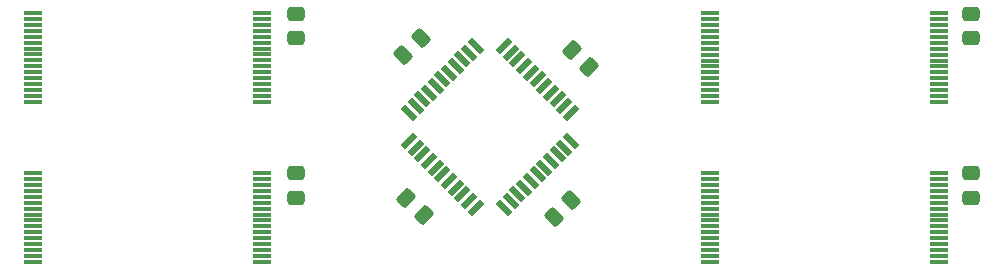
<source format=gbr>
%TF.GenerationSoftware,KiCad,Pcbnew,9.0.2*%
%TF.CreationDate,2025-06-22T07:24:43+02:00*%
%TF.ProjectId,p2000t-ram-expansion-board-128-512-smd-cpld,70323030-3074-42d7-9261-6d2d65787061,4*%
%TF.SameCoordinates,Original*%
%TF.FileFunction,Paste,Top*%
%TF.FilePolarity,Positive*%
%FSLAX46Y46*%
G04 Gerber Fmt 4.6, Leading zero omitted, Abs format (unit mm)*
G04 Created by KiCad (PCBNEW 9.0.2) date 2025-06-22 07:24:43*
%MOMM*%
%LPD*%
G01*
G04 APERTURE LIST*
G04 Aperture macros list*
%AMRoundRect*
0 Rectangle with rounded corners*
0 $1 Rounding radius*
0 $2 $3 $4 $5 $6 $7 $8 $9 X,Y pos of 4 corners*
0 Add a 4 corners polygon primitive as box body*
4,1,4,$2,$3,$4,$5,$6,$7,$8,$9,$2,$3,0*
0 Add four circle primitives for the rounded corners*
1,1,$1+$1,$2,$3*
1,1,$1+$1,$4,$5*
1,1,$1+$1,$6,$7*
1,1,$1+$1,$8,$9*
0 Add four rect primitives between the rounded corners*
20,1,$1+$1,$2,$3,$4,$5,0*
20,1,$1+$1,$4,$5,$6,$7,0*
20,1,$1+$1,$6,$7,$8,$9,0*
20,1,$1+$1,$8,$9,$2,$3,0*%
%AMRotRect*
0 Rectangle, with rotation*
0 The origin of the aperture is its center*
0 $1 length*
0 $2 width*
0 $3 Rotation angle, in degrees counterclockwise*
0 Add horizontal line*
21,1,$1,$2,0,0,$3*%
G04 Aperture macros list end*
%ADD10RoundRect,0.250000X-0.097227X0.574524X-0.574524X0.097227X0.097227X-0.574524X0.574524X-0.097227X0*%
%ADD11RoundRect,0.075000X-0.712500X-0.075000X0.712500X-0.075000X0.712500X0.075000X-0.712500X0.075000X0*%
%ADD12RoundRect,0.250000X-0.475000X0.337500X-0.475000X-0.337500X0.475000X-0.337500X0.475000X0.337500X0*%
%ADD13RoundRect,0.250000X0.097227X-0.574524X0.574524X-0.097227X-0.097227X0.574524X-0.574524X0.097227X0*%
%ADD14RotRect,1.500000X0.550000X45.000000*%
%ADD15RotRect,1.500000X0.550000X135.000000*%
%ADD16RoundRect,0.250000X0.574524X0.097227X0.097227X0.574524X-0.574524X-0.097227X-0.097227X-0.574524X0*%
%ADD17RoundRect,0.250000X-0.574524X-0.097227X-0.097227X-0.574524X0.574524X0.097227X0.097227X0.574524X0*%
G04 APERTURE END LIST*
D10*
%TO.C,C1*%
X81733623Y-64766377D03*
X80266377Y-66233623D03*
%TD*%
D11*
%TO.C,U4*%
X93472000Y-48955000D03*
X93472000Y-49455000D03*
X93472000Y-49955000D03*
X93472000Y-50455000D03*
X93472000Y-50955000D03*
X93472000Y-51455000D03*
X93472000Y-51955000D03*
X93472000Y-52455000D03*
X93472000Y-52955000D03*
X93472000Y-53455000D03*
X93472000Y-53955000D03*
X93472000Y-54455000D03*
X93472000Y-54955000D03*
X93472000Y-55455000D03*
X93472000Y-55955000D03*
X93472000Y-56455000D03*
X112847000Y-56455000D03*
X112847000Y-55955000D03*
X112847000Y-55455000D03*
X112847000Y-54955000D03*
X112847000Y-54455000D03*
X112847000Y-53955000D03*
X112847000Y-53455000D03*
X112847000Y-52955000D03*
X112847000Y-52455000D03*
X112847000Y-51955000D03*
X112847000Y-51455000D03*
X112847000Y-50955000D03*
X112847000Y-50455000D03*
X112847000Y-49955000D03*
X112847000Y-49455000D03*
X112847000Y-48955000D03*
%TD*%
D12*
%TO.C,C5*%
X58420000Y-48990000D03*
X58420000Y-51065000D03*
%TD*%
%TO.C,C2*%
X58420000Y-62484000D03*
X58420000Y-64559000D03*
%TD*%
D13*
%TO.C,C6*%
X67516377Y-52483623D03*
X68983623Y-51016377D03*
%TD*%
D12*
%TO.C,C9*%
X115570000Y-48971200D03*
X115570000Y-51046200D03*
%TD*%
D11*
%TO.C,U2*%
X36165000Y-48940000D03*
X36165000Y-49440000D03*
X36165000Y-49940000D03*
X36165000Y-50440000D03*
X36165000Y-50940000D03*
X36165000Y-51440000D03*
X36165000Y-51940000D03*
X36165000Y-52440000D03*
X36165000Y-52940000D03*
X36165000Y-53440000D03*
X36165000Y-53940000D03*
X36165000Y-54440000D03*
X36165000Y-54940000D03*
X36165000Y-55440000D03*
X36165000Y-55940000D03*
X36165000Y-56440000D03*
X55540000Y-56440000D03*
X55540000Y-55940000D03*
X55540000Y-55440000D03*
X55540000Y-54940000D03*
X55540000Y-54440000D03*
X55540000Y-53940000D03*
X55540000Y-53440000D03*
X55540000Y-52940000D03*
X55540000Y-52440000D03*
X55540000Y-51940000D03*
X55540000Y-51440000D03*
X55540000Y-50940000D03*
X55540000Y-50440000D03*
X55540000Y-49940000D03*
X55540000Y-49440000D03*
X55540000Y-48940000D03*
%TD*%
D14*
%TO.C,U1*%
X67974664Y-59768382D03*
X68540350Y-60334067D03*
X69106035Y-60899752D03*
X69671720Y-61465438D03*
X70237406Y-62031123D03*
X70803091Y-62596809D03*
X71368777Y-63162494D03*
X71934462Y-63728180D03*
X72500148Y-64293865D03*
X73065833Y-64859550D03*
X73631518Y-65425236D03*
D15*
X76035682Y-65425236D03*
X76601367Y-64859550D03*
X77167052Y-64293865D03*
X77732738Y-63728180D03*
X78298423Y-63162494D03*
X78864109Y-62596809D03*
X79429794Y-62031123D03*
X79995480Y-61465438D03*
X80561165Y-60899752D03*
X81126850Y-60334067D03*
X81692536Y-59768382D03*
D14*
X81692536Y-57364218D03*
X81126850Y-56798533D03*
X80561165Y-56232848D03*
X79995480Y-55667162D03*
X79429794Y-55101477D03*
X78864109Y-54535791D03*
X78298423Y-53970106D03*
X77732738Y-53404420D03*
X77167052Y-52838735D03*
X76601367Y-52273050D03*
X76035682Y-51707364D03*
D15*
X73631518Y-51707364D03*
X73065833Y-52273050D03*
X72500148Y-52838735D03*
X71934462Y-53404420D03*
X71368777Y-53970106D03*
X70803091Y-54535791D03*
X70237406Y-55101477D03*
X69671720Y-55667162D03*
X69106035Y-56232848D03*
X68540350Y-56798533D03*
X67974664Y-57364218D03*
%TD*%
D11*
%TO.C,U3*%
X36165000Y-62492000D03*
X36165000Y-62992000D03*
X36165000Y-63492000D03*
X36165000Y-63992000D03*
X36165000Y-64492000D03*
X36165000Y-64992000D03*
X36165000Y-65492000D03*
X36165000Y-65992000D03*
X36165000Y-66492000D03*
X36165000Y-66992000D03*
X36165000Y-67492000D03*
X36165000Y-67992000D03*
X36165000Y-68492000D03*
X36165000Y-68992000D03*
X36165000Y-69492000D03*
X36165000Y-69992000D03*
X55540000Y-69992000D03*
X55540000Y-69492000D03*
X55540000Y-68992000D03*
X55540000Y-68492000D03*
X55540000Y-67992000D03*
X55540000Y-67492000D03*
X55540000Y-66992000D03*
X55540000Y-66492000D03*
X55540000Y-65992000D03*
X55540000Y-65492000D03*
X55540000Y-64992000D03*
X55540000Y-64492000D03*
X55540000Y-63992000D03*
X55540000Y-63492000D03*
X55540000Y-62992000D03*
X55540000Y-62492000D03*
%TD*%
%TO.C,U5*%
X93472000Y-62492000D03*
X93472000Y-62992000D03*
X93472000Y-63492000D03*
X93472000Y-63992000D03*
X93472000Y-64492000D03*
X93472000Y-64992000D03*
X93472000Y-65492000D03*
X93472000Y-65992000D03*
X93472000Y-66492000D03*
X93472000Y-66992000D03*
X93472000Y-67492000D03*
X93472000Y-67992000D03*
X93472000Y-68492000D03*
X93472000Y-68992000D03*
X93472000Y-69492000D03*
X93472000Y-69992000D03*
X112847000Y-69992000D03*
X112847000Y-69492000D03*
X112847000Y-68992000D03*
X112847000Y-68492000D03*
X112847000Y-67992000D03*
X112847000Y-67492000D03*
X112847000Y-66992000D03*
X112847000Y-66492000D03*
X112847000Y-65992000D03*
X112847000Y-65492000D03*
X112847000Y-64992000D03*
X112847000Y-64492000D03*
X112847000Y-63992000D03*
X112847000Y-63492000D03*
X112847000Y-62992000D03*
X112847000Y-62492000D03*
%TD*%
D12*
%TO.C,C4*%
X115570000Y-62484000D03*
X115570000Y-64559000D03*
%TD*%
D16*
%TO.C,C7*%
X69233623Y-66016323D03*
X67766377Y-64549077D03*
%TD*%
D17*
%TO.C,C8*%
X81766377Y-52049077D03*
X83233623Y-53516323D03*
%TD*%
M02*

</source>
